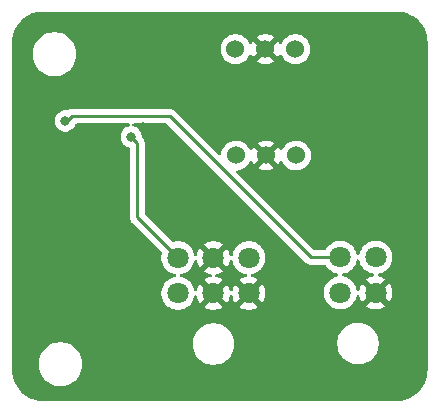
<source format=gbl>
G04 #@! TF.GenerationSoftware,KiCad,Pcbnew,9.0.0*
G04 #@! TF.CreationDate,2025-06-17T18:49:07+02:00*
G04 #@! TF.ProjectId,SlipSensor_HW,536c6970-5365-46e7-936f-725f48572e6b,rev?*
G04 #@! TF.SameCoordinates,Original*
G04 #@! TF.FileFunction,Copper,L2,Bot*
G04 #@! TF.FilePolarity,Positive*
%FSLAX46Y46*%
G04 Gerber Fmt 4.6, Leading zero omitted, Abs format (unit mm)*
G04 Created by KiCad (PCBNEW 9.0.0) date 2025-06-17 18:49:07*
%MOMM*%
%LPD*%
G01*
G04 APERTURE LIST*
G04 #@! TA.AperFunction,ComponentPad*
%ADD10C,1.524000*%
G04 #@! TD*
G04 #@! TA.AperFunction,ComponentPad*
%ADD11C,1.800000*%
G04 #@! TD*
G04 #@! TA.AperFunction,ViaPad*
%ADD12C,0.800000*%
G04 #@! TD*
G04 #@! TA.AperFunction,Conductor*
%ADD13C,0.250000*%
G04 #@! TD*
G04 APERTURE END LIST*
D10*
X128452500Y-68587500D03*
X125912500Y-68587500D03*
X123372500Y-68587500D03*
D11*
X135202500Y-80200000D03*
X132202500Y-80200000D03*
X135202500Y-77200000D03*
X132202500Y-77200000D03*
D10*
X128405000Y-59587500D03*
X125865000Y-59587500D03*
X123325000Y-59587500D03*
D11*
X124452500Y-80250000D03*
X121452500Y-80250000D03*
X118452500Y-80250000D03*
X124452500Y-77250000D03*
X121452500Y-77250000D03*
X118452500Y-77250000D03*
D12*
X127400000Y-77500000D03*
X126000000Y-70750000D03*
X130700000Y-62400000D03*
X106020000Y-64370000D03*
X129590000Y-79360000D03*
X137110000Y-85070000D03*
X130610000Y-84900000D03*
X125490000Y-85210000D03*
X116980000Y-84930000D03*
X108440000Y-72690000D03*
X110830000Y-72720000D03*
X125952500Y-62400000D03*
X126000000Y-64400000D03*
X123910000Y-64400000D03*
X121510000Y-62250000D03*
X127600000Y-72000000D03*
X123940000Y-62340000D03*
X128300000Y-62400000D03*
X129700000Y-73700000D03*
X114600000Y-56900000D03*
X112400000Y-64200000D03*
X105800000Y-72900000D03*
X110400000Y-80500000D03*
X115500000Y-66200000D03*
X121510000Y-64460000D03*
X114700000Y-75100000D03*
X135700000Y-62900000D03*
X113400000Y-84100000D03*
X113800000Y-78300000D03*
X131700000Y-74900000D03*
X119800000Y-57200000D03*
X114500000Y-67000000D03*
X108920444Y-65670444D03*
D13*
X115000000Y-67500000D02*
X115000000Y-73797500D01*
X115000000Y-73797500D02*
X118452500Y-77250000D01*
X114500000Y-67000000D02*
X115000000Y-67500000D01*
X108920444Y-65670444D02*
X109079556Y-65670444D01*
X109500000Y-65250000D02*
X117750500Y-65250000D01*
X117750500Y-65250000D02*
X129700500Y-77200000D01*
X129700500Y-77200000D02*
X132202500Y-77200000D01*
X109079556Y-65670444D02*
X109500000Y-65250000D01*
G04 #@! TA.AperFunction,Conductor*
G36*
X120977255Y-77446853D02*
G01*
X121044398Y-77563147D01*
X121139353Y-77658102D01*
X121255647Y-77725245D01*
X121314924Y-77741128D01*
X120654985Y-78401065D01*
X120654985Y-78401066D01*
X120718743Y-78447388D01*
X120915089Y-78547432D01*
X121124664Y-78615526D01*
X121200430Y-78627527D01*
X121263565Y-78657456D01*
X121300496Y-78716768D01*
X121299498Y-78786630D01*
X121260888Y-78844863D01*
X121200430Y-78872473D01*
X121124664Y-78884473D01*
X120915089Y-78952567D01*
X120718733Y-79052616D01*
X120654985Y-79098931D01*
X120654985Y-79098932D01*
X121314924Y-79758871D01*
X121255647Y-79774755D01*
X121139353Y-79841898D01*
X121044398Y-79936853D01*
X120977255Y-80053147D01*
X120961371Y-80112424D01*
X120301432Y-79452485D01*
X120301431Y-79452485D01*
X120255116Y-79516233D01*
X120155067Y-79712589D01*
X120086973Y-79922164D01*
X120075226Y-79996331D01*
X120045297Y-80059466D01*
X119985985Y-80096397D01*
X119916122Y-80095399D01*
X119857890Y-80056789D01*
X119830280Y-79996330D01*
X119818515Y-79922048D01*
X119750396Y-79712396D01*
X119750395Y-79712393D01*
X119715737Y-79644375D01*
X119650315Y-79515978D01*
X119567858Y-79402485D01*
X119520747Y-79337641D01*
X119520743Y-79337636D01*
X119364863Y-79181756D01*
X119364858Y-79181752D01*
X119186525Y-79052187D01*
X119186524Y-79052186D01*
X119186522Y-79052185D01*
X119123596Y-79020122D01*
X118990106Y-78952104D01*
X118990103Y-78952103D01*
X118780452Y-78883985D01*
X118725934Y-78875350D01*
X118707766Y-78872472D01*
X118644633Y-78842544D01*
X118607701Y-78783233D01*
X118608699Y-78713370D01*
X118647309Y-78655137D01*
X118707767Y-78627527D01*
X118780451Y-78616015D01*
X118990106Y-78547895D01*
X119186522Y-78447815D01*
X119364865Y-78318242D01*
X119520742Y-78162365D01*
X119650315Y-77984022D01*
X119750395Y-77787606D01*
X119818515Y-77577951D01*
X119830280Y-77503668D01*
X119860209Y-77440534D01*
X119919520Y-77403602D01*
X119989383Y-77404600D01*
X120047616Y-77443209D01*
X120075226Y-77503668D01*
X120086973Y-77577835D01*
X120155067Y-77787410D01*
X120255111Y-77983756D01*
X120301432Y-78047513D01*
X120961371Y-77387574D01*
X120977255Y-77446853D01*
G37*
G04 #@! TD.AperFunction*
G04 #@! TA.AperFunction,Conductor*
G36*
X122603566Y-78047514D02*
G01*
X122603566Y-78047513D01*
X122649886Y-77983760D01*
X122749932Y-77787410D01*
X122818025Y-77577840D01*
X122829772Y-77503669D01*
X122859701Y-77440534D01*
X122919012Y-77403603D01*
X122988875Y-77404599D01*
X123047108Y-77443209D01*
X123074719Y-77503667D01*
X123086485Y-77577952D01*
X123154603Y-77787603D01*
X123154604Y-77787606D01*
X123183943Y-77845185D01*
X123254549Y-77983756D01*
X123254687Y-77984025D01*
X123384252Y-78162358D01*
X123384256Y-78162363D01*
X123540136Y-78318243D01*
X123540141Y-78318247D01*
X123649654Y-78397812D01*
X123718478Y-78447815D01*
X123846875Y-78513237D01*
X123914893Y-78547895D01*
X123914896Y-78547896D01*
X124124548Y-78616015D01*
X124198830Y-78627780D01*
X124261965Y-78657709D01*
X124298897Y-78717020D01*
X124297899Y-78786883D01*
X124259290Y-78845116D01*
X124198831Y-78872726D01*
X124124664Y-78884473D01*
X123915089Y-78952567D01*
X123718733Y-79052616D01*
X123654985Y-79098931D01*
X123654985Y-79098932D01*
X124314924Y-79758871D01*
X124255647Y-79774755D01*
X124139353Y-79841898D01*
X124044398Y-79936853D01*
X123977255Y-80053147D01*
X123961371Y-80112424D01*
X123301432Y-79452485D01*
X123301431Y-79452485D01*
X123255116Y-79516233D01*
X123155067Y-79712589D01*
X123086973Y-79922164D01*
X123074973Y-79997930D01*
X123045044Y-80061065D01*
X122985732Y-80097996D01*
X122915870Y-80096998D01*
X122857637Y-80058388D01*
X122830027Y-79997930D01*
X122818026Y-79922164D01*
X122749932Y-79712589D01*
X122649888Y-79516243D01*
X122603566Y-79452485D01*
X122603565Y-79452485D01*
X121943627Y-80112423D01*
X121927745Y-80053147D01*
X121860602Y-79936853D01*
X121765647Y-79841898D01*
X121649353Y-79774755D01*
X121590073Y-79758871D01*
X122250013Y-79098932D01*
X122186256Y-79052611D01*
X121989910Y-78952567D01*
X121780335Y-78884473D01*
X121704569Y-78872473D01*
X121641435Y-78842544D01*
X121604503Y-78783233D01*
X121605501Y-78713370D01*
X121644111Y-78655137D01*
X121704569Y-78627527D01*
X121780335Y-78615526D01*
X121989910Y-78547432D01*
X122186260Y-78447386D01*
X122250013Y-78401066D01*
X122250014Y-78401066D01*
X121590075Y-77741128D01*
X121649353Y-77725245D01*
X121765647Y-77658102D01*
X121860602Y-77563147D01*
X121927745Y-77446853D01*
X121943627Y-77387575D01*
X122603566Y-78047514D01*
G37*
G04 #@! TD.AperFunction*
G04 #@! TA.AperFunction,Conductor*
G36*
X133739130Y-77356199D02*
G01*
X133797363Y-77394809D01*
X133824973Y-77455267D01*
X133836485Y-77527952D01*
X133904603Y-77737603D01*
X133904604Y-77737606D01*
X133959420Y-77845185D01*
X133983887Y-77893205D01*
X134004687Y-77934025D01*
X134134252Y-78112358D01*
X134134256Y-78112363D01*
X134290136Y-78268243D01*
X134290141Y-78268247D01*
X134358961Y-78318247D01*
X134468478Y-78397815D01*
X134596875Y-78463237D01*
X134664893Y-78497895D01*
X134664896Y-78497896D01*
X134874548Y-78566015D01*
X134948830Y-78577780D01*
X135011965Y-78607709D01*
X135048897Y-78667020D01*
X135047899Y-78736883D01*
X135009290Y-78795116D01*
X134948831Y-78822726D01*
X134874664Y-78834473D01*
X134665089Y-78902567D01*
X134468733Y-79002616D01*
X134404985Y-79048931D01*
X134404985Y-79048932D01*
X135064924Y-79708871D01*
X135005647Y-79724755D01*
X134889353Y-79791898D01*
X134794398Y-79886853D01*
X134727255Y-80003147D01*
X134711371Y-80062424D01*
X134051432Y-79402485D01*
X134051431Y-79402485D01*
X134005116Y-79466233D01*
X133905067Y-79662589D01*
X133836973Y-79872164D01*
X133825226Y-79946331D01*
X133795297Y-80009466D01*
X133735985Y-80046397D01*
X133666122Y-80045399D01*
X133607890Y-80006789D01*
X133580280Y-79946330D01*
X133568515Y-79872048D01*
X133500396Y-79662396D01*
X133500395Y-79662393D01*
X133465737Y-79594375D01*
X133400315Y-79465978D01*
X133354185Y-79402485D01*
X133270747Y-79287641D01*
X133270743Y-79287636D01*
X133114863Y-79131756D01*
X133114858Y-79131752D01*
X132936525Y-79002187D01*
X132936524Y-79002186D01*
X132936522Y-79002185D01*
X132873596Y-78970122D01*
X132740106Y-78902104D01*
X132740103Y-78902103D01*
X132530452Y-78833985D01*
X132475934Y-78825350D01*
X132457766Y-78822472D01*
X132394633Y-78792544D01*
X132357701Y-78733233D01*
X132358699Y-78663370D01*
X132397309Y-78605137D01*
X132457767Y-78577527D01*
X132530451Y-78566015D01*
X132740106Y-78497895D01*
X132936522Y-78397815D01*
X133114865Y-78268242D01*
X133270742Y-78112365D01*
X133400315Y-77934022D01*
X133500395Y-77737606D01*
X133568515Y-77527951D01*
X133580027Y-77455266D01*
X133609956Y-77392133D01*
X133669267Y-77355201D01*
X133739130Y-77356199D01*
G37*
G04 #@! TD.AperFunction*
G04 #@! TA.AperFunction,Conductor*
G36*
X137003471Y-56400695D02*
G01*
X137041470Y-56402828D01*
X137284106Y-56416454D01*
X137297909Y-56418010D01*
X137571584Y-56464509D01*
X137585123Y-56467599D01*
X137851874Y-56544449D01*
X137864993Y-56549040D01*
X138121445Y-56655265D01*
X138133967Y-56661294D01*
X138320623Y-56764456D01*
X138376921Y-56795571D01*
X138388695Y-56802969D01*
X138615081Y-56963598D01*
X138625953Y-56972268D01*
X138832931Y-57157235D01*
X138842764Y-57167068D01*
X139027731Y-57374046D01*
X139036401Y-57384918D01*
X139197030Y-57611304D01*
X139204428Y-57623078D01*
X139338701Y-57866025D01*
X139344734Y-57878554D01*
X139450959Y-58135006D01*
X139455552Y-58148130D01*
X139532397Y-58414865D01*
X139535491Y-58428422D01*
X139581988Y-58702082D01*
X139583545Y-58715900D01*
X139599305Y-58996527D01*
X139599500Y-59003480D01*
X139599500Y-86746519D01*
X139599305Y-86753472D01*
X139583545Y-87034099D01*
X139581988Y-87047917D01*
X139535491Y-87321577D01*
X139532397Y-87335134D01*
X139455552Y-87601869D01*
X139450959Y-87614993D01*
X139344734Y-87871445D01*
X139338701Y-87883974D01*
X139204428Y-88126921D01*
X139197030Y-88138695D01*
X139036401Y-88365081D01*
X139027731Y-88375953D01*
X138842764Y-88582931D01*
X138832931Y-88592764D01*
X138625953Y-88777731D01*
X138615081Y-88786401D01*
X138388695Y-88947030D01*
X138376921Y-88954428D01*
X138133974Y-89088701D01*
X138121445Y-89094734D01*
X137864993Y-89200959D01*
X137851869Y-89205552D01*
X137585134Y-89282397D01*
X137571577Y-89285491D01*
X137297917Y-89331988D01*
X137284099Y-89333545D01*
X137003472Y-89349305D01*
X136996519Y-89349500D01*
X107003481Y-89349500D01*
X106996528Y-89349305D01*
X106715900Y-89333545D01*
X106702082Y-89331988D01*
X106428422Y-89285491D01*
X106414865Y-89282397D01*
X106148130Y-89205552D01*
X106135006Y-89200959D01*
X105878554Y-89094734D01*
X105866025Y-89088701D01*
X105623078Y-88954428D01*
X105611304Y-88947030D01*
X105384918Y-88786401D01*
X105374046Y-88777731D01*
X105167068Y-88592764D01*
X105157235Y-88582931D01*
X104972268Y-88375953D01*
X104963598Y-88365081D01*
X104802969Y-88138695D01*
X104795571Y-88126921D01*
X104709011Y-87970303D01*
X104661294Y-87883967D01*
X104655265Y-87871445D01*
X104549040Y-87614993D01*
X104544447Y-87601869D01*
X104467599Y-87335123D01*
X104464508Y-87321577D01*
X104457493Y-87280289D01*
X104418010Y-87047909D01*
X104416454Y-87034106D01*
X104400695Y-86753471D01*
X104400500Y-86746519D01*
X104400500Y-86128711D01*
X106649500Y-86128711D01*
X106649500Y-86371288D01*
X106681161Y-86611785D01*
X106743947Y-86846104D01*
X106827541Y-87047917D01*
X106836776Y-87070212D01*
X106958064Y-87280289D01*
X106958066Y-87280292D01*
X106958067Y-87280293D01*
X107105733Y-87472736D01*
X107105739Y-87472743D01*
X107277256Y-87644260D01*
X107277262Y-87644265D01*
X107469711Y-87791936D01*
X107679788Y-87913224D01*
X107903900Y-88006054D01*
X108138211Y-88068838D01*
X108318586Y-88092584D01*
X108378711Y-88100500D01*
X108378712Y-88100500D01*
X108621289Y-88100500D01*
X108669388Y-88094167D01*
X108861789Y-88068838D01*
X109096100Y-88006054D01*
X109320212Y-87913224D01*
X109530289Y-87791936D01*
X109722738Y-87644265D01*
X109894265Y-87472738D01*
X110041936Y-87280289D01*
X110163224Y-87070212D01*
X110256054Y-86846100D01*
X110318838Y-86611789D01*
X110350500Y-86371288D01*
X110350500Y-86128712D01*
X110318838Y-85888211D01*
X110256054Y-85653900D01*
X110163224Y-85429788D01*
X110041936Y-85219711D01*
X109894265Y-85027262D01*
X109894260Y-85027256D01*
X109722743Y-84855739D01*
X109722736Y-84855733D01*
X109530293Y-84708067D01*
X109530292Y-84708066D01*
X109530289Y-84708064D01*
X109320212Y-84586776D01*
X109320200Y-84586770D01*
X109221211Y-84545768D01*
X109221210Y-84545768D01*
X109096104Y-84493947D01*
X108978944Y-84462554D01*
X108877075Y-84435258D01*
X119702000Y-84435258D01*
X119702000Y-84664741D01*
X119726946Y-84854215D01*
X119731952Y-84892238D01*
X119777945Y-85063887D01*
X119791342Y-85113887D01*
X119879150Y-85325876D01*
X119879157Y-85325890D01*
X119939146Y-85429794D01*
X119965024Y-85474617D01*
X119993892Y-85524617D01*
X120133581Y-85706661D01*
X120133589Y-85706670D01*
X120295830Y-85868911D01*
X120295838Y-85868918D01*
X120477882Y-86008607D01*
X120477885Y-86008608D01*
X120477888Y-86008611D01*
X120676612Y-86123344D01*
X120676617Y-86123346D01*
X120676623Y-86123349D01*
X120689571Y-86128712D01*
X120888613Y-86211158D01*
X121110262Y-86270548D01*
X121337766Y-86300500D01*
X121337773Y-86300500D01*
X121567227Y-86300500D01*
X121567234Y-86300500D01*
X121794738Y-86270548D01*
X122016387Y-86211158D01*
X122228388Y-86123344D01*
X122427112Y-86008611D01*
X122609161Y-85868919D01*
X122609165Y-85868914D01*
X122609170Y-85868911D01*
X122771411Y-85706670D01*
X122771414Y-85706665D01*
X122771419Y-85706661D01*
X122911111Y-85524612D01*
X123025844Y-85325888D01*
X123113658Y-85113887D01*
X123173048Y-84892238D01*
X123203000Y-84664734D01*
X123203000Y-84435266D01*
X123196416Y-84385258D01*
X131952000Y-84385258D01*
X131952000Y-84614741D01*
X131976946Y-84804215D01*
X131981952Y-84842238D01*
X132031529Y-85027263D01*
X132041342Y-85063887D01*
X132129150Y-85275876D01*
X132129157Y-85275890D01*
X132243892Y-85474617D01*
X132383581Y-85656661D01*
X132383589Y-85656670D01*
X132545830Y-85818911D01*
X132545838Y-85818918D01*
X132727882Y-85958607D01*
X132727885Y-85958608D01*
X132727888Y-85958611D01*
X132926612Y-86073344D01*
X132926617Y-86073346D01*
X132926623Y-86073349D01*
X133017980Y-86111190D01*
X133138613Y-86161158D01*
X133360262Y-86220548D01*
X133587766Y-86250500D01*
X133587773Y-86250500D01*
X133817227Y-86250500D01*
X133817234Y-86250500D01*
X134044738Y-86220548D01*
X134266387Y-86161158D01*
X134478388Y-86073344D01*
X134677112Y-85958611D01*
X134859161Y-85818919D01*
X134859165Y-85818914D01*
X134859170Y-85818911D01*
X135021411Y-85656670D01*
X135021414Y-85656665D01*
X135021419Y-85656661D01*
X135161111Y-85474612D01*
X135275844Y-85275888D01*
X135363658Y-85063887D01*
X135423048Y-84842238D01*
X135453000Y-84614734D01*
X135453000Y-84385266D01*
X135423048Y-84157762D01*
X135363658Y-83936113D01*
X135313690Y-83815480D01*
X135275849Y-83724123D01*
X135275846Y-83724117D01*
X135275844Y-83724112D01*
X135161111Y-83525388D01*
X135161108Y-83525385D01*
X135161107Y-83525382D01*
X135021418Y-83343338D01*
X135021411Y-83343330D01*
X134859170Y-83181089D01*
X134859161Y-83181081D01*
X134677117Y-83041392D01*
X134478390Y-82926657D01*
X134478376Y-82926650D01*
X134266387Y-82838842D01*
X134231346Y-82829453D01*
X134044738Y-82779452D01*
X134006715Y-82774446D01*
X133817241Y-82749500D01*
X133817234Y-82749500D01*
X133587766Y-82749500D01*
X133587758Y-82749500D01*
X133371215Y-82778009D01*
X133360262Y-82779452D01*
X133285441Y-82799500D01*
X133138612Y-82838842D01*
X132926623Y-82926650D01*
X132926609Y-82926657D01*
X132727882Y-83041392D01*
X132545838Y-83181081D01*
X132383581Y-83343338D01*
X132243892Y-83525382D01*
X132129157Y-83724109D01*
X132129150Y-83724123D01*
X132041342Y-83936112D01*
X131981953Y-84157759D01*
X131981951Y-84157770D01*
X131952000Y-84385258D01*
X123196416Y-84385258D01*
X123173048Y-84207762D01*
X123113658Y-83986113D01*
X123025844Y-83774112D01*
X122911111Y-83575388D01*
X122911108Y-83575385D01*
X122911107Y-83575382D01*
X122771418Y-83393338D01*
X122771411Y-83393330D01*
X122609170Y-83231089D01*
X122609161Y-83231081D01*
X122427117Y-83091392D01*
X122228390Y-82976657D01*
X122228376Y-82976650D01*
X122016387Y-82888842D01*
X121794738Y-82829452D01*
X121756715Y-82824446D01*
X121567241Y-82799500D01*
X121567234Y-82799500D01*
X121337766Y-82799500D01*
X121337758Y-82799500D01*
X121121215Y-82828009D01*
X121110262Y-82829452D01*
X121075218Y-82838842D01*
X120888612Y-82888842D01*
X120676623Y-82976650D01*
X120676609Y-82976657D01*
X120477882Y-83091392D01*
X120295838Y-83231081D01*
X120133581Y-83393338D01*
X119993892Y-83575382D01*
X119879157Y-83774109D01*
X119879150Y-83774123D01*
X119791342Y-83986112D01*
X119731953Y-84207759D01*
X119731951Y-84207770D01*
X119702000Y-84435258D01*
X108877075Y-84435258D01*
X108861789Y-84431162D01*
X108861788Y-84431161D01*
X108861785Y-84431161D01*
X108621289Y-84399500D01*
X108621288Y-84399500D01*
X108378712Y-84399500D01*
X108378711Y-84399500D01*
X108138214Y-84431161D01*
X107903895Y-84493947D01*
X107679794Y-84586773D01*
X107679785Y-84586777D01*
X107469706Y-84708067D01*
X107277263Y-84855733D01*
X107277256Y-84855739D01*
X107105739Y-85027256D01*
X107105733Y-85027263D01*
X106958067Y-85219706D01*
X106836777Y-85429785D01*
X106836773Y-85429794D01*
X106743947Y-85653895D01*
X106681161Y-85888214D01*
X106649500Y-86128711D01*
X104400500Y-86128711D01*
X104400500Y-65581748D01*
X108019944Y-65581748D01*
X108019944Y-65759139D01*
X108054547Y-65933102D01*
X108054550Y-65933111D01*
X108122427Y-66096984D01*
X108122434Y-66096997D01*
X108220979Y-66244478D01*
X108220982Y-66244482D01*
X108346405Y-66369905D01*
X108346409Y-66369908D01*
X108493890Y-66468453D01*
X108493903Y-66468460D01*
X108616807Y-66519367D01*
X108657778Y-66536338D01*
X108657780Y-66536338D01*
X108657785Y-66536340D01*
X108831748Y-66570943D01*
X108831751Y-66570944D01*
X108831753Y-66570944D01*
X109009137Y-66570944D01*
X109009138Y-66570943D01*
X109067126Y-66559408D01*
X109183102Y-66536340D01*
X109183105Y-66536338D01*
X109183110Y-66536338D01*
X109346991Y-66468457D01*
X109494479Y-66369908D01*
X109619908Y-66244479D01*
X109718457Y-66096991D01*
X109778494Y-65952048D01*
X109822334Y-65897644D01*
X109888628Y-65875579D01*
X109893055Y-65875500D01*
X114278440Y-65875500D01*
X114345479Y-65895185D01*
X114391234Y-65947989D01*
X114401178Y-66017147D01*
X114372153Y-66080703D01*
X114313375Y-66118477D01*
X114302631Y-66121117D01*
X114237341Y-66134103D01*
X114237332Y-66134106D01*
X114073459Y-66201983D01*
X114073446Y-66201990D01*
X113925965Y-66300535D01*
X113925961Y-66300538D01*
X113800538Y-66425961D01*
X113800535Y-66425965D01*
X113701990Y-66573446D01*
X113701983Y-66573459D01*
X113634106Y-66737332D01*
X113634103Y-66737341D01*
X113599500Y-66911304D01*
X113599500Y-67088695D01*
X113634103Y-67262658D01*
X113634106Y-67262665D01*
X113701983Y-67426540D01*
X113701990Y-67426553D01*
X113800535Y-67574034D01*
X113800538Y-67574038D01*
X113925961Y-67699461D01*
X113925965Y-67699464D01*
X114073446Y-67798009D01*
X114073459Y-67798016D01*
X114150106Y-67829763D01*
X114237334Y-67865894D01*
X114274691Y-67873324D01*
X114336602Y-67905709D01*
X114371176Y-67966425D01*
X114374500Y-67994942D01*
X114374500Y-73859111D01*
X114398535Y-73979944D01*
X114398540Y-73979961D01*
X114445685Y-74093780D01*
X114445687Y-74093783D01*
X114445688Y-74093786D01*
X114479915Y-74145009D01*
X114514142Y-74196233D01*
X114601267Y-74283358D01*
X114601269Y-74283359D01*
X114611232Y-74293322D01*
X117070390Y-76752481D01*
X117103875Y-76813804D01*
X117100641Y-76878477D01*
X117086485Y-76922048D01*
X117052000Y-77139778D01*
X117052000Y-77360221D01*
X117086485Y-77577952D01*
X117154603Y-77787603D01*
X117154604Y-77787606D01*
X117183943Y-77845185D01*
X117254549Y-77983756D01*
X117254687Y-77984025D01*
X117384252Y-78162358D01*
X117384256Y-78162363D01*
X117540136Y-78318243D01*
X117540141Y-78318247D01*
X117649654Y-78397812D01*
X117718478Y-78447815D01*
X117846875Y-78513237D01*
X117914893Y-78547895D01*
X117914896Y-78547896D01*
X117970659Y-78566014D01*
X118124549Y-78616015D01*
X118187501Y-78625985D01*
X118197232Y-78627527D01*
X118260367Y-78657456D01*
X118297298Y-78716768D01*
X118296300Y-78786630D01*
X118257690Y-78844863D01*
X118197232Y-78872473D01*
X118124547Y-78883985D01*
X117914896Y-78952103D01*
X117914893Y-78952104D01*
X117718474Y-79052187D01*
X117540141Y-79181752D01*
X117540136Y-79181756D01*
X117384256Y-79337636D01*
X117384252Y-79337641D01*
X117254687Y-79515974D01*
X117154604Y-79712393D01*
X117154603Y-79712396D01*
X117086485Y-79922047D01*
X117073640Y-80003147D01*
X117052000Y-80139778D01*
X117052000Y-80360222D01*
X117058776Y-80403001D01*
X117086485Y-80577952D01*
X117154603Y-80787603D01*
X117154604Y-80787606D01*
X117222622Y-80921096D01*
X117254549Y-80983756D01*
X117254687Y-80984025D01*
X117384252Y-81162358D01*
X117384256Y-81162363D01*
X117540136Y-81318243D01*
X117540141Y-81318247D01*
X117649068Y-81397386D01*
X117718478Y-81447815D01*
X117846875Y-81513237D01*
X117914893Y-81547895D01*
X117914896Y-81547896D01*
X117969157Y-81565526D01*
X118124549Y-81616015D01*
X118342278Y-81650500D01*
X118342279Y-81650500D01*
X118562721Y-81650500D01*
X118562722Y-81650500D01*
X118780451Y-81616015D01*
X118990106Y-81547895D01*
X119186522Y-81447815D01*
X119364865Y-81318242D01*
X119520742Y-81162365D01*
X119650315Y-80984022D01*
X119750395Y-80787606D01*
X119818515Y-80577951D01*
X119830280Y-80503668D01*
X119860209Y-80440534D01*
X119919520Y-80403602D01*
X119989383Y-80404600D01*
X120047616Y-80443209D01*
X120075226Y-80503668D01*
X120086973Y-80577835D01*
X120155067Y-80787410D01*
X120255111Y-80983756D01*
X120301432Y-81047513D01*
X120961371Y-80387574D01*
X120977255Y-80446853D01*
X121044398Y-80563147D01*
X121139353Y-80658102D01*
X121255647Y-80725245D01*
X121314924Y-80741128D01*
X120654985Y-81401065D01*
X120654985Y-81401066D01*
X120718743Y-81447388D01*
X120915089Y-81547432D01*
X121124664Y-81615526D01*
X121342319Y-81650000D01*
X121562681Y-81650000D01*
X121780335Y-81615526D01*
X121989910Y-81547432D01*
X122186260Y-81447386D01*
X122250013Y-81401066D01*
X122250014Y-81401066D01*
X121590075Y-80741128D01*
X121649353Y-80725245D01*
X121765647Y-80658102D01*
X121860602Y-80563147D01*
X121927745Y-80446853D01*
X121943627Y-80387575D01*
X122603566Y-81047514D01*
X122603566Y-81047513D01*
X122649886Y-80983760D01*
X122749932Y-80787410D01*
X122818026Y-80577835D01*
X122830027Y-80502069D01*
X122859956Y-80438935D01*
X122919267Y-80402003D01*
X122989130Y-80403001D01*
X123047363Y-80441611D01*
X123074973Y-80502069D01*
X123086973Y-80577835D01*
X123155067Y-80787410D01*
X123255111Y-80983756D01*
X123301432Y-81047513D01*
X123961371Y-80387574D01*
X123977255Y-80446853D01*
X124044398Y-80563147D01*
X124139353Y-80658102D01*
X124255647Y-80725245D01*
X124314924Y-80741128D01*
X123654985Y-81401065D01*
X123654985Y-81401066D01*
X123718743Y-81447388D01*
X123915089Y-81547432D01*
X124124664Y-81615526D01*
X124342319Y-81650000D01*
X124562681Y-81650000D01*
X124780335Y-81615526D01*
X124989910Y-81547432D01*
X125186260Y-81447386D01*
X125250013Y-81401066D01*
X125250014Y-81401066D01*
X124590075Y-80741128D01*
X124649353Y-80725245D01*
X124765647Y-80658102D01*
X124860602Y-80563147D01*
X124927745Y-80446853D01*
X124943627Y-80387575D01*
X125603566Y-81047514D01*
X125603566Y-81047513D01*
X125649886Y-80983760D01*
X125749932Y-80787410D01*
X125818026Y-80577835D01*
X125852500Y-80360181D01*
X125852500Y-80139818D01*
X125818026Y-79922164D01*
X125749932Y-79712589D01*
X125649888Y-79516243D01*
X125603566Y-79452485D01*
X125603565Y-79452485D01*
X124943627Y-80112423D01*
X124927745Y-80053147D01*
X124860602Y-79936853D01*
X124765647Y-79841898D01*
X124649353Y-79774755D01*
X124590073Y-79758871D01*
X125250013Y-79098932D01*
X125186256Y-79052611D01*
X124989910Y-78952567D01*
X124780335Y-78884473D01*
X124706168Y-78872726D01*
X124643033Y-78842797D01*
X124606102Y-78783485D01*
X124607100Y-78713623D01*
X124645710Y-78655390D01*
X124706168Y-78627780D01*
X124780451Y-78616015D01*
X124990106Y-78547895D01*
X125186522Y-78447815D01*
X125364865Y-78318242D01*
X125520742Y-78162365D01*
X125650315Y-77984022D01*
X125750395Y-77787606D01*
X125818515Y-77577951D01*
X125853000Y-77360222D01*
X125853000Y-77139778D01*
X125818515Y-76922049D01*
X125759365Y-76740000D01*
X125750396Y-76712396D01*
X125750395Y-76712393D01*
X125715737Y-76644375D01*
X125650315Y-76515978D01*
X125613985Y-76465974D01*
X125520747Y-76337641D01*
X125520743Y-76337636D01*
X125364863Y-76181756D01*
X125364858Y-76181752D01*
X125186525Y-76052187D01*
X125186524Y-76052186D01*
X125186522Y-76052185D01*
X125123596Y-76020122D01*
X124990106Y-75952104D01*
X124990103Y-75952103D01*
X124780452Y-75883985D01*
X124671586Y-75866742D01*
X124562722Y-75849500D01*
X124342278Y-75849500D01*
X124269701Y-75860995D01*
X124124547Y-75883985D01*
X123914896Y-75952103D01*
X123914893Y-75952104D01*
X123718474Y-76052187D01*
X123540141Y-76181752D01*
X123540136Y-76181756D01*
X123384256Y-76337636D01*
X123384252Y-76337641D01*
X123254687Y-76515974D01*
X123154604Y-76712393D01*
X123154603Y-76712396D01*
X123086485Y-76922047D01*
X123074719Y-76996332D01*
X123044789Y-77059466D01*
X122985477Y-77096397D01*
X122915615Y-77095399D01*
X122857382Y-77056788D01*
X122829772Y-76996330D01*
X122818025Y-76922159D01*
X122749932Y-76712589D01*
X122649888Y-76516243D01*
X122603566Y-76452485D01*
X122603565Y-76452485D01*
X121943627Y-77112423D01*
X121927745Y-77053147D01*
X121860602Y-76936853D01*
X121765647Y-76841898D01*
X121649353Y-76774755D01*
X121590073Y-76758871D01*
X122250013Y-76098932D01*
X122186256Y-76052611D01*
X121989910Y-75952567D01*
X121780335Y-75884473D01*
X121562681Y-75850000D01*
X121342319Y-75850000D01*
X121124664Y-75884473D01*
X120915089Y-75952567D01*
X120718733Y-76052616D01*
X120654985Y-76098931D01*
X120654985Y-76098932D01*
X121314924Y-76758871D01*
X121255647Y-76774755D01*
X121139353Y-76841898D01*
X121044398Y-76936853D01*
X120977255Y-77053147D01*
X120961371Y-77112424D01*
X120301432Y-76452485D01*
X120301431Y-76452485D01*
X120255116Y-76516233D01*
X120155067Y-76712589D01*
X120086973Y-76922164D01*
X120075226Y-76996331D01*
X120045297Y-77059466D01*
X119985985Y-77096397D01*
X119916122Y-77095399D01*
X119857890Y-77056789D01*
X119830280Y-76996330D01*
X119818515Y-76922048D01*
X119750396Y-76712396D01*
X119750395Y-76712393D01*
X119715737Y-76644375D01*
X119650315Y-76515978D01*
X119613985Y-76465974D01*
X119520747Y-76337641D01*
X119520743Y-76337636D01*
X119364863Y-76181756D01*
X119364858Y-76181752D01*
X119186525Y-76052187D01*
X119186524Y-76052186D01*
X119186522Y-76052185D01*
X119123596Y-76020122D01*
X118990106Y-75952104D01*
X118990103Y-75952103D01*
X118780452Y-75883985D01*
X118671586Y-75866742D01*
X118562722Y-75849500D01*
X118342278Y-75849500D01*
X118233413Y-75866742D01*
X118124548Y-75883985D01*
X118080977Y-75898141D01*
X118011136Y-75900134D01*
X117954981Y-75867890D01*
X115661819Y-73574728D01*
X115628334Y-73513405D01*
X115625500Y-73487047D01*
X115625500Y-67438393D01*
X115625499Y-67438389D01*
X115621343Y-67417493D01*
X115601463Y-67317548D01*
X115578730Y-67262666D01*
X115554312Y-67203715D01*
X115537256Y-67178190D01*
X115485858Y-67101267D01*
X115485856Y-67101264D01*
X115436819Y-67052227D01*
X115403334Y-66990904D01*
X115400500Y-66964546D01*
X115400500Y-66911306D01*
X115400499Y-66911304D01*
X115365896Y-66737341D01*
X115365893Y-66737332D01*
X115298016Y-66573459D01*
X115298009Y-66573446D01*
X115199464Y-66425965D01*
X115199461Y-66425961D01*
X115074038Y-66300538D01*
X115074034Y-66300535D01*
X114926553Y-66201990D01*
X114926540Y-66201983D01*
X114762667Y-66134106D01*
X114762658Y-66134103D01*
X114697369Y-66121117D01*
X114635458Y-66088732D01*
X114600884Y-66028016D01*
X114604623Y-65958247D01*
X114645490Y-65901575D01*
X114710508Y-65875994D01*
X114721560Y-65875500D01*
X117440048Y-65875500D01*
X117507087Y-65895185D01*
X117527729Y-65911819D01*
X129214639Y-77598729D01*
X129214642Y-77598733D01*
X129301767Y-77685858D01*
X129352990Y-77720084D01*
X129404214Y-77754312D01*
X129451300Y-77773815D01*
X129484594Y-77787606D01*
X129484595Y-77787606D01*
X129518048Y-77801463D01*
X129578471Y-77813481D01*
X129638893Y-77825500D01*
X129638894Y-77825500D01*
X130873403Y-77825500D01*
X130940442Y-77845185D01*
X130983888Y-77893205D01*
X131004687Y-77934026D01*
X131134252Y-78112358D01*
X131134256Y-78112363D01*
X131290136Y-78268243D01*
X131290141Y-78268247D01*
X131358961Y-78318247D01*
X131468478Y-78397815D01*
X131596875Y-78463237D01*
X131664893Y-78497895D01*
X131664896Y-78497896D01*
X131769721Y-78531955D01*
X131874549Y-78566015D01*
X131937501Y-78575985D01*
X131947232Y-78577527D01*
X132010367Y-78607456D01*
X132047298Y-78666768D01*
X132046300Y-78736630D01*
X132007690Y-78794863D01*
X131947232Y-78822473D01*
X131874547Y-78833985D01*
X131664896Y-78902103D01*
X131664893Y-78902104D01*
X131468474Y-79002187D01*
X131290141Y-79131752D01*
X131290136Y-79131756D01*
X131134256Y-79287636D01*
X131134252Y-79287641D01*
X131004687Y-79465974D01*
X130904604Y-79662393D01*
X130904603Y-79662396D01*
X130836485Y-79872047D01*
X130802000Y-80089778D01*
X130802000Y-80310221D01*
X130836485Y-80527952D01*
X130904603Y-80737603D01*
X130904604Y-80737606D01*
X130972622Y-80871096D01*
X131004549Y-80933756D01*
X131004687Y-80934025D01*
X131134252Y-81112358D01*
X131134256Y-81112363D01*
X131290136Y-81268243D01*
X131290141Y-81268247D01*
X131358961Y-81318247D01*
X131468478Y-81397815D01*
X131596875Y-81463237D01*
X131664893Y-81497895D01*
X131664896Y-81497896D01*
X131769721Y-81531955D01*
X131874549Y-81566015D01*
X132092278Y-81600500D01*
X132092279Y-81600500D01*
X132312721Y-81600500D01*
X132312722Y-81600500D01*
X132530451Y-81566015D01*
X132740106Y-81497895D01*
X132936522Y-81397815D01*
X133114865Y-81268242D01*
X133270742Y-81112365D01*
X133400315Y-80934022D01*
X133500395Y-80737606D01*
X133568515Y-80527951D01*
X133580280Y-80453668D01*
X133610209Y-80390534D01*
X133669520Y-80353602D01*
X133739383Y-80354600D01*
X133797616Y-80393209D01*
X133825226Y-80453668D01*
X133836973Y-80527835D01*
X133905067Y-80737410D01*
X134005111Y-80933756D01*
X134051432Y-80997513D01*
X134711371Y-80337574D01*
X134727255Y-80396853D01*
X134794398Y-80513147D01*
X134889353Y-80608102D01*
X135005647Y-80675245D01*
X135064924Y-80691128D01*
X134404985Y-81351065D01*
X134404985Y-81351066D01*
X134468743Y-81397388D01*
X134665089Y-81497432D01*
X134874664Y-81565526D01*
X135092319Y-81600000D01*
X135312681Y-81600000D01*
X135530335Y-81565526D01*
X135739910Y-81497432D01*
X135936260Y-81397386D01*
X136000013Y-81351066D01*
X136000014Y-81351066D01*
X135340075Y-80691128D01*
X135399353Y-80675245D01*
X135515647Y-80608102D01*
X135610602Y-80513147D01*
X135677745Y-80396853D01*
X135693628Y-80337575D01*
X136353566Y-80997514D01*
X136353566Y-80997513D01*
X136399886Y-80933760D01*
X136499932Y-80737410D01*
X136568026Y-80527835D01*
X136602500Y-80310181D01*
X136602500Y-80089818D01*
X136568026Y-79872164D01*
X136499932Y-79662589D01*
X136399888Y-79466243D01*
X136353566Y-79402485D01*
X136353565Y-79402485D01*
X135693627Y-80062423D01*
X135677745Y-80003147D01*
X135610602Y-79886853D01*
X135515647Y-79791898D01*
X135399353Y-79724755D01*
X135340073Y-79708871D01*
X136000013Y-79048932D01*
X135936256Y-79002611D01*
X135739910Y-78902567D01*
X135530335Y-78834473D01*
X135456168Y-78822726D01*
X135393033Y-78792797D01*
X135356102Y-78733485D01*
X135357100Y-78663623D01*
X135395710Y-78605390D01*
X135456168Y-78577780D01*
X135530451Y-78566015D01*
X135740106Y-78497895D01*
X135936522Y-78397815D01*
X136114865Y-78268242D01*
X136270742Y-78112365D01*
X136400315Y-77934022D01*
X136500395Y-77737606D01*
X136568515Y-77527951D01*
X136603000Y-77310222D01*
X136603000Y-77089778D01*
X136568515Y-76872049D01*
X136516704Y-76712589D01*
X136500396Y-76662396D01*
X136500395Y-76662393D01*
X136455610Y-76574500D01*
X136400315Y-76465978D01*
X136383760Y-76443192D01*
X136270747Y-76287641D01*
X136270743Y-76287636D01*
X136114863Y-76131756D01*
X136114858Y-76131752D01*
X135936525Y-76002187D01*
X135936524Y-76002186D01*
X135936522Y-76002185D01*
X135873596Y-75970122D01*
X135740106Y-75902104D01*
X135740103Y-75902103D01*
X135530452Y-75833985D01*
X135421586Y-75816742D01*
X135312722Y-75799500D01*
X135092278Y-75799500D01*
X135019701Y-75810995D01*
X134874547Y-75833985D01*
X134664896Y-75902103D01*
X134664893Y-75902104D01*
X134468474Y-76002187D01*
X134290141Y-76131752D01*
X134290136Y-76131756D01*
X134134256Y-76287636D01*
X134134252Y-76287641D01*
X134004687Y-76465974D01*
X133904604Y-76662393D01*
X133904603Y-76662396D01*
X133836485Y-76872047D01*
X133824973Y-76944732D01*
X133795044Y-77007867D01*
X133735732Y-77044798D01*
X133665870Y-77043800D01*
X133607637Y-77005190D01*
X133580027Y-76944732D01*
X133572379Y-76896446D01*
X133568515Y-76872049D01*
X133516704Y-76712589D01*
X133500396Y-76662396D01*
X133500395Y-76662393D01*
X133455610Y-76574500D01*
X133400315Y-76465978D01*
X133383760Y-76443192D01*
X133270747Y-76287641D01*
X133270743Y-76287636D01*
X133114863Y-76131756D01*
X133114858Y-76131752D01*
X132936525Y-76002187D01*
X132936524Y-76002186D01*
X132936522Y-76002185D01*
X132873596Y-75970122D01*
X132740106Y-75902104D01*
X132740103Y-75902103D01*
X132530452Y-75833985D01*
X132421586Y-75816742D01*
X132312722Y-75799500D01*
X132092278Y-75799500D01*
X132019701Y-75810995D01*
X131874547Y-75833985D01*
X131664896Y-75902103D01*
X131664893Y-75902104D01*
X131468474Y-76002187D01*
X131290141Y-76131752D01*
X131290136Y-76131756D01*
X131134256Y-76287636D01*
X131134252Y-76287641D01*
X131004687Y-76465973D01*
X130983888Y-76506795D01*
X130935914Y-76557591D01*
X130873403Y-76574500D01*
X130010952Y-76574500D01*
X129943913Y-76554815D01*
X129923271Y-76538181D01*
X123439546Y-70054456D01*
X123406061Y-69993133D01*
X123411045Y-69923441D01*
X123452917Y-69867508D01*
X123507822Y-69844304D01*
X123668136Y-69818913D01*
X123857132Y-69757505D01*
X124034194Y-69667287D01*
X124194964Y-69550481D01*
X124335481Y-69409964D01*
X124452287Y-69249194D01*
X124532296Y-69092167D01*
X124580269Y-69041372D01*
X124648090Y-69024577D01*
X124714225Y-69047114D01*
X124753265Y-69092168D01*
X124833141Y-69248932D01*
X124860230Y-69286215D01*
X124860231Y-69286216D01*
X125470361Y-68676085D01*
X125493167Y-68761194D01*
X125552410Y-68863806D01*
X125636194Y-68947590D01*
X125738806Y-69006833D01*
X125823914Y-69029637D01*
X125213783Y-69639768D01*
X125213783Y-69639769D01*
X125251067Y-69666858D01*
X125428062Y-69757042D01*
X125616977Y-69818424D01*
X125813179Y-69849500D01*
X126011821Y-69849500D01*
X126208020Y-69818424D01*
X126208023Y-69818424D01*
X126396937Y-69757042D01*
X126573925Y-69666862D01*
X126611216Y-69639768D01*
X126001085Y-69029637D01*
X126086194Y-69006833D01*
X126188806Y-68947590D01*
X126272590Y-68863806D01*
X126331833Y-68761194D01*
X126354638Y-68676085D01*
X126964768Y-69286215D01*
X126991864Y-69248922D01*
X127071734Y-69092169D01*
X127119708Y-69041372D01*
X127187529Y-69024577D01*
X127253664Y-69047114D01*
X127292703Y-69092167D01*
X127372713Y-69249194D01*
X127489519Y-69409964D01*
X127630036Y-69550481D01*
X127790806Y-69667287D01*
X127877649Y-69711535D01*
X127967867Y-69757505D01*
X127967870Y-69757506D01*
X128062366Y-69788209D01*
X128156864Y-69818913D01*
X128353139Y-69850000D01*
X128353140Y-69850000D01*
X128551860Y-69850000D01*
X128551861Y-69850000D01*
X128748136Y-69818913D01*
X128937132Y-69757505D01*
X129114194Y-69667287D01*
X129274964Y-69550481D01*
X129415481Y-69409964D01*
X129532287Y-69249194D01*
X129622505Y-69072132D01*
X129683913Y-68883136D01*
X129715000Y-68686861D01*
X129715000Y-68488139D01*
X129683913Y-68291864D01*
X129622505Y-68102868D01*
X129622505Y-68102867D01*
X129567514Y-67994942D01*
X129532287Y-67925806D01*
X129415481Y-67765036D01*
X129274964Y-67624519D01*
X129114194Y-67507713D01*
X128937132Y-67417494D01*
X128937129Y-67417493D01*
X128748137Y-67356087D01*
X128649998Y-67340543D01*
X128551861Y-67325000D01*
X128353139Y-67325000D01*
X128287714Y-67335362D01*
X128156862Y-67356087D01*
X127967870Y-67417493D01*
X127967867Y-67417494D01*
X127790805Y-67507713D01*
X127630033Y-67624521D01*
X127489521Y-67765033D01*
X127372713Y-67925805D01*
X127292704Y-68082831D01*
X127244729Y-68133627D01*
X127176908Y-68150422D01*
X127110773Y-68127884D01*
X127071734Y-68082831D01*
X126991858Y-67926067D01*
X126964768Y-67888783D01*
X126354637Y-68498914D01*
X126331833Y-68413806D01*
X126272590Y-68311194D01*
X126188806Y-68227410D01*
X126086194Y-68168167D01*
X126001085Y-68145361D01*
X126611216Y-67535231D01*
X126611215Y-67535230D01*
X126573932Y-67508141D01*
X126396937Y-67417957D01*
X126208022Y-67356575D01*
X126011821Y-67325500D01*
X125813179Y-67325500D01*
X125616979Y-67356575D01*
X125616976Y-67356575D01*
X125428062Y-67417957D01*
X125251064Y-67508143D01*
X125213783Y-67535229D01*
X125213782Y-67535230D01*
X125823915Y-68145361D01*
X125738806Y-68168167D01*
X125636194Y-68227410D01*
X125552410Y-68311194D01*
X125493167Y-68413806D01*
X125470361Y-68498914D01*
X124860230Y-67888782D01*
X124860229Y-67888783D01*
X124833141Y-67926066D01*
X124753264Y-68082832D01*
X124705290Y-68133627D01*
X124637469Y-68150422D01*
X124571334Y-68127884D01*
X124532296Y-68082832D01*
X124452287Y-67925806D01*
X124335481Y-67765036D01*
X124194964Y-67624519D01*
X124034194Y-67507713D01*
X123857132Y-67417494D01*
X123857129Y-67417493D01*
X123668137Y-67356087D01*
X123569998Y-67340543D01*
X123471861Y-67325000D01*
X123273139Y-67325000D01*
X123207714Y-67335362D01*
X123076862Y-67356087D01*
X122887870Y-67417493D01*
X122887867Y-67417494D01*
X122710805Y-67507713D01*
X122550033Y-67624521D01*
X122409521Y-67765033D01*
X122292713Y-67925805D01*
X122202494Y-68102867D01*
X122202493Y-68102870D01*
X122141087Y-68291862D01*
X122115697Y-68452170D01*
X122085768Y-68515305D01*
X122026456Y-68552236D01*
X121956594Y-68551238D01*
X121905543Y-68520453D01*
X118243650Y-64858560D01*
X118236360Y-64851270D01*
X118236358Y-64851267D01*
X118149233Y-64764142D01*
X118098009Y-64729915D01*
X118046786Y-64695688D01*
X118046783Y-64695686D01*
X118046780Y-64695685D01*
X117973103Y-64665168D01*
X117973101Y-64665167D01*
X117966292Y-64662347D01*
X117932952Y-64648537D01*
X117872529Y-64636518D01*
X117867806Y-64635578D01*
X117867804Y-64635578D01*
X117812110Y-64624500D01*
X117812107Y-64624500D01*
X117812106Y-64624500D01*
X109567741Y-64624500D01*
X109567721Y-64624499D01*
X109561607Y-64624499D01*
X109438394Y-64624499D01*
X109337597Y-64644548D01*
X109337592Y-64644548D01*
X109317549Y-64648536D01*
X109317547Y-64648536D01*
X109270397Y-64668067D01*
X109203719Y-64695685D01*
X109203712Y-64695689D01*
X109116146Y-64754199D01*
X109049469Y-64775077D01*
X109023066Y-64772715D01*
X109009135Y-64769944D01*
X108831753Y-64769944D01*
X108831750Y-64769944D01*
X108657785Y-64804547D01*
X108657776Y-64804550D01*
X108493903Y-64872427D01*
X108493890Y-64872434D01*
X108346409Y-64970979D01*
X108346405Y-64970982D01*
X108220982Y-65096405D01*
X108220979Y-65096409D01*
X108122434Y-65243890D01*
X108122427Y-65243903D01*
X108054550Y-65407776D01*
X108054547Y-65407785D01*
X108019944Y-65581748D01*
X104400500Y-65581748D01*
X104400500Y-59878711D01*
X106149500Y-59878711D01*
X106149500Y-60121288D01*
X106181161Y-60361785D01*
X106243947Y-60596104D01*
X106336238Y-60818913D01*
X106336776Y-60820212D01*
X106458064Y-61030289D01*
X106458066Y-61030292D01*
X106458067Y-61030293D01*
X106605733Y-61222736D01*
X106605739Y-61222743D01*
X106777256Y-61394260D01*
X106777262Y-61394265D01*
X106969711Y-61541936D01*
X107179788Y-61663224D01*
X107403900Y-61756054D01*
X107638211Y-61818838D01*
X107818586Y-61842584D01*
X107878711Y-61850500D01*
X107878712Y-61850500D01*
X108121289Y-61850500D01*
X108169388Y-61844167D01*
X108361789Y-61818838D01*
X108596100Y-61756054D01*
X108820212Y-61663224D01*
X109030289Y-61541936D01*
X109222738Y-61394265D01*
X109394265Y-61222738D01*
X109541936Y-61030289D01*
X109663224Y-60820212D01*
X109756054Y-60596100D01*
X109818838Y-60361789D01*
X109850500Y-60121288D01*
X109850500Y-59878712D01*
X109818838Y-59638211D01*
X109778626Y-59488139D01*
X122062500Y-59488139D01*
X122062500Y-59686860D01*
X122093587Y-59883137D01*
X122154993Y-60072129D01*
X122154994Y-60072132D01*
X122165204Y-60092169D01*
X122245213Y-60249194D01*
X122362019Y-60409964D01*
X122502536Y-60550481D01*
X122663306Y-60667287D01*
X122750149Y-60711535D01*
X122840367Y-60757505D01*
X122840370Y-60757506D01*
X122934866Y-60788209D01*
X123029364Y-60818913D01*
X123225639Y-60850000D01*
X123225640Y-60850000D01*
X123424360Y-60850000D01*
X123424361Y-60850000D01*
X123620636Y-60818913D01*
X123809632Y-60757505D01*
X123986694Y-60667287D01*
X124147464Y-60550481D01*
X124287981Y-60409964D01*
X124404787Y-60249194D01*
X124484796Y-60092167D01*
X124532769Y-60041372D01*
X124600590Y-60024577D01*
X124666725Y-60047114D01*
X124705765Y-60092168D01*
X124785641Y-60248932D01*
X124812730Y-60286215D01*
X124812731Y-60286216D01*
X125422861Y-59676085D01*
X125445667Y-59761194D01*
X125504910Y-59863806D01*
X125588694Y-59947590D01*
X125691306Y-60006833D01*
X125776414Y-60029637D01*
X125166283Y-60639768D01*
X125166283Y-60639769D01*
X125203567Y-60666858D01*
X125380562Y-60757042D01*
X125569477Y-60818424D01*
X125765679Y-60849500D01*
X125964321Y-60849500D01*
X126160520Y-60818424D01*
X126160523Y-60818424D01*
X126349437Y-60757042D01*
X126526425Y-60666862D01*
X126563716Y-60639768D01*
X125953585Y-60029637D01*
X126038694Y-60006833D01*
X126141306Y-59947590D01*
X126225090Y-59863806D01*
X126284333Y-59761194D01*
X126307138Y-59676085D01*
X126917268Y-60286215D01*
X126944364Y-60248922D01*
X127024234Y-60092169D01*
X127072208Y-60041372D01*
X127140029Y-60024577D01*
X127206164Y-60047114D01*
X127245203Y-60092167D01*
X127325213Y-60249194D01*
X127442019Y-60409964D01*
X127582536Y-60550481D01*
X127743306Y-60667287D01*
X127830149Y-60711535D01*
X127920367Y-60757505D01*
X127920370Y-60757506D01*
X128014866Y-60788209D01*
X128109364Y-60818913D01*
X128305639Y-60850000D01*
X128305640Y-60850000D01*
X128504360Y-60850000D01*
X128504361Y-60850000D01*
X128700636Y-60818913D01*
X128889632Y-60757505D01*
X129066694Y-60667287D01*
X129227464Y-60550481D01*
X129367981Y-60409964D01*
X129484787Y-60249194D01*
X129575005Y-60072132D01*
X129636413Y-59883136D01*
X129667500Y-59686861D01*
X129667500Y-59488139D01*
X129636413Y-59291864D01*
X129575005Y-59102868D01*
X129575005Y-59102867D01*
X129495725Y-58947273D01*
X129484787Y-58925806D01*
X129367981Y-58765036D01*
X129227464Y-58624519D01*
X129066694Y-58507713D01*
X128889632Y-58417494D01*
X128889629Y-58417493D01*
X128700637Y-58356087D01*
X128578718Y-58336777D01*
X128504361Y-58325000D01*
X128305639Y-58325000D01*
X128240214Y-58335362D01*
X128109362Y-58356087D01*
X127920370Y-58417493D01*
X127920367Y-58417494D01*
X127743305Y-58507713D01*
X127582533Y-58624521D01*
X127442021Y-58765033D01*
X127325213Y-58925805D01*
X127245204Y-59082831D01*
X127197229Y-59133627D01*
X127129408Y-59150422D01*
X127063273Y-59127884D01*
X127024234Y-59082831D01*
X126944358Y-58926067D01*
X126917268Y-58888783D01*
X126307137Y-59498914D01*
X126284333Y-59413806D01*
X126225090Y-59311194D01*
X126141306Y-59227410D01*
X126038694Y-59168167D01*
X125953585Y-59145361D01*
X126563716Y-58535231D01*
X126563715Y-58535230D01*
X126526432Y-58508141D01*
X126349437Y-58417957D01*
X126160522Y-58356575D01*
X125964321Y-58325500D01*
X125765679Y-58325500D01*
X125569479Y-58356575D01*
X125569476Y-58356575D01*
X125380562Y-58417957D01*
X125203564Y-58508143D01*
X125166283Y-58535229D01*
X125166282Y-58535230D01*
X125776415Y-59145361D01*
X125691306Y-59168167D01*
X125588694Y-59227410D01*
X125504910Y-59311194D01*
X125445667Y-59413806D01*
X125422861Y-59498914D01*
X124812730Y-58888782D01*
X124812729Y-58888783D01*
X124785641Y-58926066D01*
X124705764Y-59082832D01*
X124657790Y-59133627D01*
X124589969Y-59150422D01*
X124523834Y-59127884D01*
X124484796Y-59082832D01*
X124404787Y-58925806D01*
X124287981Y-58765036D01*
X124147464Y-58624519D01*
X123986694Y-58507713D01*
X123809632Y-58417494D01*
X123809629Y-58417493D01*
X123620637Y-58356087D01*
X123498718Y-58336777D01*
X123424361Y-58325000D01*
X123225639Y-58325000D01*
X123160214Y-58335362D01*
X123029362Y-58356087D01*
X122840370Y-58417493D01*
X122840367Y-58417494D01*
X122663305Y-58507713D01*
X122502533Y-58624521D01*
X122362021Y-58765033D01*
X122245213Y-58925805D01*
X122154994Y-59102867D01*
X122154993Y-59102870D01*
X122093587Y-59291862D01*
X122062500Y-59488139D01*
X109778626Y-59488139D01*
X109756054Y-59403900D01*
X109663224Y-59179788D01*
X109541936Y-58969711D01*
X109394265Y-58777262D01*
X109394260Y-58777256D01*
X109222743Y-58605739D01*
X109222736Y-58605733D01*
X109030293Y-58458067D01*
X109030292Y-58458066D01*
X109030289Y-58458064D01*
X108820212Y-58336776D01*
X108820205Y-58336773D01*
X108596104Y-58243947D01*
X108361785Y-58181161D01*
X108121289Y-58149500D01*
X108121288Y-58149500D01*
X107878712Y-58149500D01*
X107878711Y-58149500D01*
X107638214Y-58181161D01*
X107403895Y-58243947D01*
X107179794Y-58336773D01*
X107179785Y-58336777D01*
X106969706Y-58458067D01*
X106777263Y-58605733D01*
X106777256Y-58605739D01*
X106605739Y-58777256D01*
X106605733Y-58777263D01*
X106458067Y-58969706D01*
X106336777Y-59179785D01*
X106336773Y-59179794D01*
X106243947Y-59403895D01*
X106181161Y-59638214D01*
X106149500Y-59878711D01*
X104400500Y-59878711D01*
X104400500Y-59003480D01*
X104400695Y-58996528D01*
X104404652Y-58926066D01*
X104416455Y-58715891D01*
X104418009Y-58702092D01*
X104464510Y-58428412D01*
X104467598Y-58414880D01*
X104544450Y-58148119D01*
X104549040Y-58135006D01*
X104555803Y-58118678D01*
X104655268Y-57878545D01*
X104661290Y-57866039D01*
X104795574Y-57623072D01*
X104802969Y-57611304D01*
X104963605Y-57384908D01*
X104972260Y-57374054D01*
X105157245Y-57167057D01*
X105167057Y-57157245D01*
X105374054Y-56972260D01*
X105384908Y-56963605D01*
X105611309Y-56802965D01*
X105623072Y-56795574D01*
X105866039Y-56661290D01*
X105878545Y-56655268D01*
X106135006Y-56549039D01*
X106148119Y-56544450D01*
X106414880Y-56467598D01*
X106428412Y-56464510D01*
X106702092Y-56418009D01*
X106715891Y-56416455D01*
X106962054Y-56402630D01*
X106996529Y-56400695D01*
X107003481Y-56400500D01*
X107057583Y-56400500D01*
X136942417Y-56400500D01*
X136996519Y-56400500D01*
X137003471Y-56400695D01*
G37*
G04 #@! TD.AperFunction*
M02*

</source>
